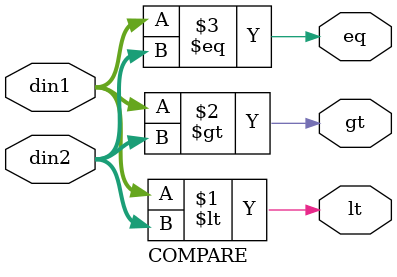
<source format=v>
module COMPARE(lt,gt,eq,din1,din2);
    input [15:0] din1,din2;
    output lt,gt,eq;
    
    assign lt=din1<din2;
    assign gt=din1>din2;
    assign eq=din1==din2;
endmodule
</source>
